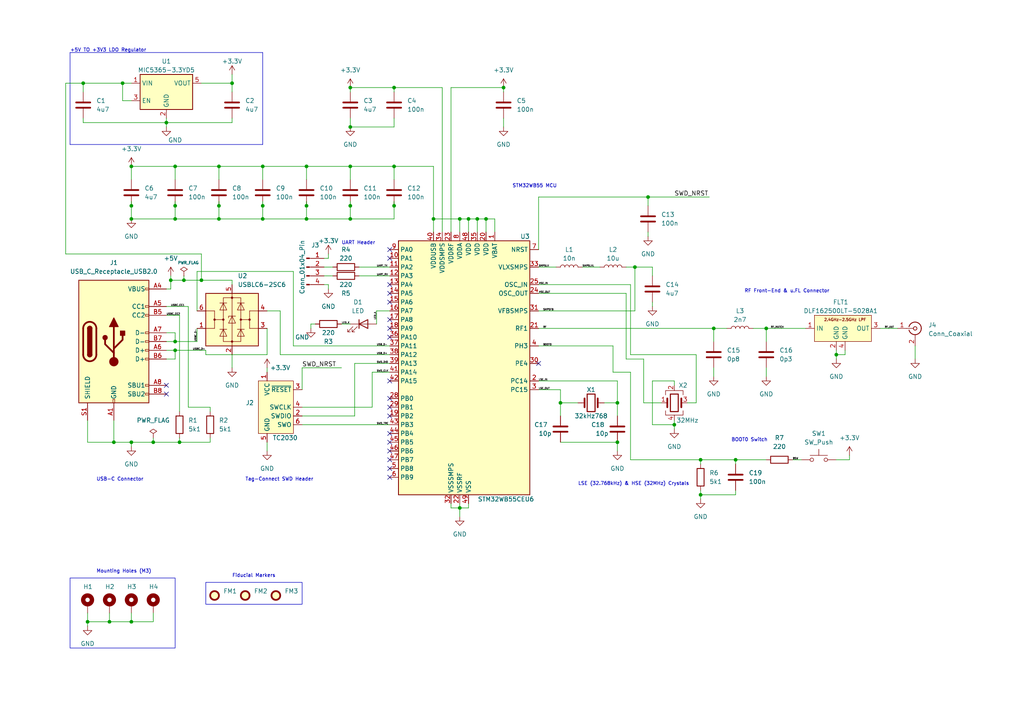
<source format=kicad_sch>
(kicad_sch (version 20230121) (generator eeschema)
  (paper "A4")
  (title_block (title "Learning KiCad") (date "2024-01-07") (rev "1.0") (comment 1 "Ahmed's Scatter Brain") (comment 2 "https://ahmedfaaid.com"))
  (junction (at 49.53 81.28))
  (junction (at 195.58 123.19))
  (junction (at 38.1 128.27))
  (junction (at 140.97 63.5))
  (junction (at 203.2 133.35))
  (junction (at 184.15 77.47))
  (junction (at 114.3 25.4))
  (junction (at 31.75 180.34))
  (junction (at 101.6 25.4))
  (junction (at 88.9 63.5))
  (junction (at 52.07 128.27))
  (junction (at 162.56 116.84))
  (junction (at 38.1 63.5))
  (junction (at 24.13 24.13))
  (junction (at 63.5 59.69))
  (junction (at 213.36 133.35))
  (junction (at 146.05 25.4))
  (junction (at 133.35 63.5))
  (junction (at 125.73 63.5))
  (junction (at 38.1 48.26))
  (junction (at 114.3 48.26))
  (junction (at 203.2 143.51))
  (junction (at 35.56 24.13))
  (junction (at 207.01 95.25))
  (junction (at 133.35 147.32))
  (junction (at 88.9 59.69))
  (junction (at 187.96 57.15))
  (junction (at 25.4 180.34))
  (junction (at 101.6 36.83))
  (junction (at 50.8 101.6))
  (junction (at 76.2 63.5))
  (junction (at 50.8 59.69))
  (junction (at 38.1 180.34))
  (junction (at 101.6 59.69))
  (junction (at 179.07 128.27))
  (junction (at 242.57 102.87))
  (junction (at 63.5 48.26))
  (junction (at 101.6 48.26))
  (junction (at 63.5 63.5))
  (junction (at 88.9 48.26))
  (junction (at 222.25 95.25))
  (junction (at 50.8 63.5))
  (junction (at 179.07 116.84))
  (junction (at 76.2 48.26))
  (junction (at 38.1 59.69))
  (junction (at 53.34 81.28))
  (junction (at 76.2 59.69))
  (junction (at 138.43 63.5))
  (junction (at 50.8 99.06))
  (junction (at 50.8 48.26))
  (junction (at 67.31 24.13))
  (junction (at 33.02 128.27))
  (junction (at 114.3 59.69))
  (junction (at 44.45 128.27))
  (junction (at 101.6 63.5))
  (junction (at 135.89 63.5))
  (junction (at 48.26 35.56))
  (junction (at 58.42 81.28))
  (no_connect (at 113.03 97.79))
  (no_connect (at 156.21 105.41))
  (no_connect (at 48.26 111.76))
  (no_connect (at 113.03 95.25))
  (no_connect (at 113.03 82.55))
  (no_connect (at 113.03 130.81))
  (no_connect (at 113.03 118.11))
  (no_connect (at 113.03 120.65))
  (no_connect (at 113.03 92.71))
  (no_connect (at 113.03 128.27))
  (no_connect (at 113.03 135.89))
  (no_connect (at 113.03 138.43))
  (no_connect (at 113.03 74.93))
  (no_connect (at 48.26 114.3))
  (no_connect (at 113.03 87.63))
  (no_connect (at 113.03 125.73))
  (no_connect (at 113.03 85.09))
  (no_connect (at 113.03 72.39))
  (no_connect (at 113.03 133.35))
  (no_connect (at 113.03 115.57))
  (no_connect (at 113.03 110.49))
  (wire (pts (xy 63.5 48.26) (xy 50.8 48.26)))
  (wire (pts (xy 99.06 93.98) (xy 101.6 93.98)))
  (wire (pts (xy 87.63 120.65) (xy 102.87 120.65)))
  (wire (pts (xy 25.4 128.27) (xy 33.02 128.27)))
  (wire (pts (xy 156.21 95.25) (xy 207.01 95.25)))
  (wire (pts (xy 130.81 25.4) (xy 146.05 25.4)))
  (wire (pts (xy 222.25 95.25) (xy 233.68 95.25)))
  (wire (pts (xy 181.61 77.47) (xy 184.15 77.47)))
  (wire (pts (xy 101.6 59.69) (xy 101.6 63.5)))
  (wire (pts (xy 146.05 34.29) (xy 146.05 36.83)))
  (wire (pts (xy 101.6 48.26) (xy 101.6 52.07)))
  (wire (pts (xy 130.81 147.32) (xy 130.81 146.05)))
  (wire (pts (xy 48.26 35.56) (xy 48.26 36.83)))
  (wire (pts (xy 57.15 90.17) (xy 57.15 78.74)))
  (polyline (pts (xy 20.32 41.91) (xy 76.2 41.91)))
  (wire (pts (xy 179.07 110.49) (xy 179.07 116.84)))
  (wire (pts (xy 184.15 77.47) (xy 184.15 90.17)))
  (wire (pts (xy 63.5 48.26) (xy 63.5 52.07)))
  (wire (pts (xy 44.45 180.34) (xy 38.1 180.34)))
  (wire (pts (xy 60.96 127) (xy 60.96 128.27)))
  (wire (pts (xy 87.63 118.11) (xy 107.95 118.11)))
  (wire (pts (xy 175.26 116.84) (xy 179.07 116.84)))
  (wire (pts (xy 156.21 110.49) (xy 179.07 110.49)))
  (wire (pts (xy 24.13 34.29) (xy 24.13 35.56)))
  (wire (pts (xy 87.63 113.03) (xy 87.63 106.68)))
  (wire (pts (xy 67.31 21.59) (xy 67.31 24.13)))
  (wire (pts (xy 50.8 96.52) (xy 50.8 99.06)))
  (wire (pts (xy 58.42 81.28) (xy 67.31 81.28)))
  (wire (pts (xy 60.96 118.11) (xy 60.96 119.38)))
  (wire (pts (xy 207.01 95.25) (xy 207.01 99.06)))
  (wire (pts (xy 140.97 63.5) (xy 140.97 67.31)))
  (wire (pts (xy 58.42 24.13) (xy 67.31 24.13)))
  (wire (pts (xy 38.1 177.8) (xy 38.1 180.34)))
  (wire (pts (xy 63.5 59.69) (xy 63.5 63.5)))
  (wire (pts (xy 24.13 24.13) (xy 24.13 26.67)))
  (wire (pts (xy 77.47 106.68) (xy 77.47 107.95)))
  (wire (pts (xy 189.23 77.47) (xy 189.23 80.01)))
  (wire (pts (xy 48.26 88.9) (xy 54.61 88.9)))
  (wire (pts (xy 245.11 101.6) (xy 245.11 102.87)))
  (wire (pts (xy 109.22 90.17) (xy 113.03 90.17)))
  (wire (pts (xy 114.3 36.83) (xy 114.3 34.29)))
  (wire (pts (xy 201.93 102.87) (xy 201.93 116.84)))
  (wire (pts (xy 242.57 101.6) (xy 242.57 102.87)))
  (wire (pts (xy 135.89 147.32) (xy 135.89 146.05)))
  (wire (pts (xy 143.51 63.5) (xy 143.51 67.31)))
  (wire (pts (xy 135.89 63.5) (xy 138.43 63.5)))
  (wire (pts (xy 162.56 113.03) (xy 162.56 116.84)))
  (wire (pts (xy 135.89 63.5) (xy 135.89 67.31)))
  (wire (pts (xy 76.2 48.26) (xy 63.5 48.26)))
  (wire (pts (xy 67.31 35.56) (xy 48.26 35.56)))
  (wire (pts (xy 146.05 25.4) (xy 146.05 26.67)))
  (wire (pts (xy 133.35 63.5) (xy 133.35 67.31)))
  (wire (pts (xy 195.58 111.76) (xy 195.58 110.49)))
  (wire (pts (xy 245.11 102.87) (xy 242.57 102.87)))
  (wire (pts (xy 59.69 102.87) (xy 77.47 102.87)))
  (wire (pts (xy 102.87 105.41) (xy 113.03 105.41)))
  (wire (pts (xy 63.5 58.42) (xy 63.5 59.69)))
  (wire (pts (xy 25.4 177.8) (xy 25.4 180.34)))
  (wire (pts (xy 213.36 142.24) (xy 213.36 143.51)))
  (wire (pts (xy 222.25 106.68) (xy 222.25 109.22)))
  (wire (pts (xy 195.58 121.92) (xy 195.58 123.19)))
  (wire (pts (xy 195.58 123.19) (xy 195.58 124.46)))
  (wire (pts (xy 162.56 116.84) (xy 162.56 120.65)))
  (wire (pts (xy 38.1 24.13) (xy 35.56 24.13)))
  (wire (pts (xy 242.57 102.87) (xy 242.57 104.14)))
  (wire (pts (xy 93.98 74.93) (xy 95.25 74.93)))
  (wire (pts (xy 81.28 102.87) (xy 113.03 102.87)))
  (wire (pts (xy 76.2 58.42) (xy 76.2 59.69)))
  (wire (pts (xy 38.1 52.07) (xy 38.1 48.26)))
  (wire (pts (xy 58.42 73.66) (xy 58.42 81.28)))
  (wire (pts (xy 38.1 58.42) (xy 38.1 59.69)))
  (wire (pts (xy 114.3 48.26) (xy 101.6 48.26)))
  (wire (pts (xy 95.25 82.55) (xy 95.25 83.82)))
  (wire (pts (xy 31.75 177.8) (xy 31.75 180.34)))
  (wire (pts (xy 48.26 101.6) (xy 50.8 101.6)))
  (wire (pts (xy 63.5 63.5) (xy 76.2 63.5)))
  (wire (pts (xy 138.43 63.5) (xy 138.43 67.31)))
  (wire (pts (xy 19.05 24.13) (xy 19.05 73.66)))
  (wire (pts (xy 44.45 128.27) (xy 52.07 128.27)))
  (wire (pts (xy 35.56 24.13) (xy 24.13 24.13)))
  (wire (pts (xy 57.15 78.74) (xy 85.09 78.74)))
  (wire (pts (xy 218.44 95.25) (xy 222.25 95.25)))
  (wire (pts (xy 101.6 34.29) (xy 101.6 36.83)))
  (wire (pts (xy 50.8 104.14) (xy 50.8 101.6)))
  (wire (pts (xy 182.88 102.87) (xy 201.93 102.87)))
  (wire (pts (xy 104.14 80.01) (xy 113.03 80.01)))
  (wire (pts (xy 85.09 100.33) (xy 113.03 100.33)))
  (wire (pts (xy 133.35 147.32) (xy 133.35 149.86)))
  (wire (pts (xy 57.15 99.06) (xy 57.15 95.25)))
  (wire (pts (xy 101.6 48.26) (xy 88.9 48.26)))
  (wire (pts (xy 25.4 121.92) (xy 25.4 128.27)))
  (wire (pts (xy 87.63 123.19) (xy 113.03 123.19)))
  (wire (pts (xy 54.61 118.11) (xy 60.96 118.11)))
  (wire (pts (xy 48.26 34.29) (xy 48.26 35.56)))
  (wire (pts (xy 54.61 88.9) (xy 54.61 118.11)))
  (wire (pts (xy 52.07 91.44) (xy 52.07 119.38)))
  (wire (pts (xy 203.2 133.35) (xy 213.36 133.35)))
  (wire (pts (xy 33.02 121.92) (xy 33.02 128.27)))
  (wire (pts (xy 53.34 80.01) (xy 53.34 81.28)))
  (wire (pts (xy 101.6 63.5) (xy 114.3 63.5)))
  (wire (pts (xy 213.36 143.51) (xy 203.2 143.51)))
  (wire (pts (xy 50.8 59.69) (xy 50.8 63.5)))
  (wire (pts (xy 76.2 59.69) (xy 76.2 63.5)))
  (wire (pts (xy 114.3 58.42) (xy 114.3 59.69)))
  (wire (pts (xy 189.23 123.19) (xy 195.58 123.19)))
  (wire (pts (xy 130.81 67.31) (xy 130.81 25.4)))
  (wire (pts (xy 229.87 133.35) (xy 232.41 133.35)))
  (wire (pts (xy 67.31 34.29) (xy 67.31 35.56)))
  (wire (pts (xy 182.88 82.55) (xy 182.88 102.87)))
  (wire (pts (xy 53.34 81.28) (xy 58.42 81.28)))
  (wire (pts (xy 25.4 180.34) (xy 31.75 180.34)))
  (polyline (pts (xy 20.32 15.24) (xy 76.2 15.24)))
  (wire (pts (xy 19.05 73.66) (xy 58.42 73.66)))
  (wire (pts (xy 138.43 63.5) (xy 140.97 63.5)))
  (wire (pts (xy 162.56 116.84) (xy 167.64 116.84)))
  (wire (pts (xy 52.07 127) (xy 52.07 128.27)))
  (wire (pts (xy 77.47 102.87) (xy 77.47 95.25)))
  (wire (pts (xy 88.9 59.69) (xy 88.9 63.5)))
  (wire (pts (xy 50.8 48.26) (xy 50.8 52.07)))
  (wire (pts (xy 38.1 29.21) (xy 35.56 29.21)))
  (wire (pts (xy 128.27 67.31) (xy 128.27 25.4)))
  (wire (pts (xy 90.17 93.98) (xy 91.44 93.98)))
  (wire (pts (xy 49.53 81.28) (xy 53.34 81.28)))
  (wire (pts (xy 77.47 128.27) (xy 77.47 130.81)))
  (wire (pts (xy 133.35 146.05) (xy 133.35 147.32)))
  (wire (pts (xy 177.8 100.33) (xy 177.8 107.95)))
  (wire (pts (xy 114.3 48.26) (xy 114.3 52.07)))
  (wire (pts (xy 168.91 77.47) (xy 173.99 77.47)))
  (wire (pts (xy 50.8 101.6) (xy 59.69 101.6)))
  (wire (pts (xy 88.9 58.42) (xy 88.9 59.69)))
  (wire (pts (xy 85.09 78.74) (xy 85.09 100.33)))
  (wire (pts (xy 140.97 63.5) (xy 143.51 63.5)))
  (wire (pts (xy 95.25 82.55) (xy 93.98 82.55)))
  (wire (pts (xy 179.07 116.84) (xy 179.07 120.65)))
  (wire (pts (xy 38.1 128.27) (xy 44.45 128.27)))
  (wire (pts (xy 179.07 128.27) (xy 179.07 130.81)))
  (wire (pts (xy 38.1 48.26) (xy 50.8 48.26)))
  (wire (pts (xy 156.21 57.15) (xy 187.96 57.15)))
  (wire (pts (xy 44.45 177.8) (xy 44.45 180.34)))
  (wire (pts (xy 114.3 26.67) (xy 114.3 25.4)))
  (wire (pts (xy 156.21 113.03) (xy 162.56 113.03)))
  (polyline (pts (xy 20.32 15.24) (xy 20.32 41.91)))
  (wire (pts (xy 44.45 127) (xy 44.45 128.27)))
  (wire (pts (xy 182.88 133.35) (xy 203.2 133.35)))
  (wire (pts (xy 50.8 58.42) (xy 50.8 59.69)))
  (wire (pts (xy 25.4 180.34) (xy 25.4 181.61)))
  (wire (pts (xy 182.88 107.95) (xy 182.88 133.35)))
  (wire (pts (xy 67.31 102.87) (xy 67.31 106.68)))
  (wire (pts (xy 184.15 77.47) (xy 189.23 77.47)))
  (wire (pts (xy 90.17 95.25) (xy 90.17 93.98)))
  (wire (pts (xy 38.1 180.34) (xy 31.75 180.34)))
  (wire (pts (xy 88.9 48.26) (xy 76.2 48.26)))
  (wire (pts (xy 156.21 82.55) (xy 182.88 82.55)))
  (wire (pts (xy 156.21 90.17) (xy 184.15 90.17)))
  (wire (pts (xy 104.14 77.47) (xy 113.03 77.47)))
  (wire (pts (xy 93.98 77.47) (xy 96.52 77.47)))
  (wire (pts (xy 195.58 110.49) (xy 189.23 110.49)))
  (wire (pts (xy 207.01 95.25) (xy 210.82 95.25)))
  (wire (pts (xy 265.43 100.33) (xy 265.43 104.14)))
  (wire (pts (xy 255.27 95.25) (xy 260.35 95.25)))
  (wire (pts (xy 177.8 107.95) (xy 182.88 107.95)))
  (wire (pts (xy 76.2 48.26) (xy 76.2 52.07)))
  (wire (pts (xy 213.36 133.35) (xy 222.25 133.35)))
  (wire (pts (xy 113.03 107.95) (xy 107.95 107.95)))
  (wire (pts (xy 101.6 25.4) (xy 101.6 26.67)))
  (wire (pts (xy 125.73 63.5) (xy 125.73 48.26)))
  (wire (pts (xy 48.26 99.06) (xy 50.8 99.06)))
  (wire (pts (xy 35.56 29.21) (xy 35.56 24.13)))
  (wire (pts (xy 156.21 85.09) (xy 181.61 85.09)))
  (wire (pts (xy 246.38 133.35) (xy 246.38 132.08)))
  (wire (pts (xy 24.13 35.56) (xy 48.26 35.56)))
  (wire (pts (xy 187.96 57.15) (xy 205.74 57.15)))
  (wire (pts (xy 107.95 118.11) (xy 107.95 107.95)))
  (wire (pts (xy 222.25 95.25) (xy 222.25 99.06)))
  (wire (pts (xy 207.01 106.68) (xy 207.01 109.22)))
  (wire (pts (xy 156.21 57.15) (xy 156.21 72.39)))
  (wire (pts (xy 162.56 128.27) (xy 179.07 128.27)))
  (polyline (pts (xy 76.2 41.91) (xy 76.2 15.24)))
  (wire (pts (xy 203.2 144.78) (xy 203.2 143.51)))
  (wire (pts (xy 181.61 85.09) (xy 181.61 104.14)))
  (wire (pts (xy 187.96 67.31) (xy 187.96 68.58)))
  (wire (pts (xy 102.87 120.65) (xy 102.87 105.41)))
  (wire (pts (xy 48.26 104.14) (xy 50.8 104.14)))
  (wire (pts (xy 133.35 147.32) (xy 130.81 147.32)))
  (wire (pts (xy 49.53 81.28) (xy 49.53 83.82)))
  (wire (pts (xy 87.63 106.68) (xy 99.06 106.68)))
  (wire (pts (xy 101.6 58.42) (xy 101.6 59.69)))
  (wire (pts (xy 125.73 63.5) (xy 133.35 63.5)))
  (wire (pts (xy 88.9 63.5) (xy 101.6 63.5)))
  (wire (pts (xy 114.3 63.5) (xy 114.3 59.69)))
  (wire (pts (xy 186.69 104.14) (xy 186.69 116.84)))
  (wire (pts (xy 38.1 128.27) (xy 38.1 129.54)))
  (wire (pts (xy 38.1 59.69) (xy 38.1 63.5)))
  (wire (pts (xy 187.96 57.15) (xy 187.96 59.69)))
  (wire (pts (xy 242.57 133.35) (xy 246.38 133.35)))
  (wire (pts (xy 156.21 100.33) (xy 177.8 100.33)))
  (wire (pts (xy 109.22 93.98) (xy 109.22 90.17)))
  (wire (pts (xy 125.73 48.26) (xy 114.3 48.26)))
  (wire (pts (xy 101.6 25.4) (xy 114.3 25.4)))
  (wire (pts (xy 128.27 25.4) (xy 114.3 25.4)))
  (wire (pts (xy 189.23 87.63) (xy 189.23 88.9)))
  (wire (pts (xy 156.21 77.47) (xy 161.29 77.47)))
  (wire (pts (xy 101.6 36.83) (xy 114.3 36.83)))
  (wire (pts (xy 125.73 67.31) (xy 125.73 63.5)))
  (wire (pts (xy 48.26 83.82) (xy 49.53 83.82)))
  (wire (pts (xy 201.93 116.84) (xy 199.39 116.84)))
  (wire (pts (xy 33.02 128.27) (xy 38.1 128.27)))
  (wire (pts (xy 60.96 128.27) (xy 52.07 128.27)))
  (wire (pts (xy 67.31 81.28) (xy 67.31 82.55)))
  (wire (pts (xy 93.98 80.01) (xy 96.52 80.01)))
  (wire (pts (xy 48.26 91.44) (xy 52.07 91.44)))
  (wire (pts (xy 203.2 133.35) (xy 203.2 134.62)))
  (wire (pts (xy 38.1 63.5) (xy 50.8 63.5)))
  (wire (pts (xy 189.23 110.49) (xy 189.23 123.19)))
  (wire (pts (xy 95.25 74.93) (xy 95.25 73.66)))
  (wire (pts (xy 203.2 142.24) (xy 203.2 143.51)))
  (wire (pts (xy 48.26 96.52) (xy 50.8 96.52)))
  (wire (pts (xy 213.36 133.35) (xy 213.36 134.62)))
  (wire (pts (xy 181.61 104.14) (xy 186.69 104.14)))
  (wire (pts (xy 77.47 90.17) (xy 81.28 90.17)))
  (wire (pts (xy 59.69 101.6) (xy 59.69 102.87)))
  (wire (pts (xy 50.8 63.5) (xy 63.5 63.5)))
  (wire (pts (xy 49.53 80.01) (xy 49.53 81.28)))
  (wire (pts (xy 50.8 99.06) (xy 57.15 99.06)))
  (wire (pts (xy 24.13 24.13) (xy 19.05 24.13)))
  (wire (pts (xy 76.2 63.5) (xy 88.9 63.5)))
  (wire (pts (xy 133.35 63.5) (xy 135.89 63.5)))
  (wire (pts (xy 81.28 90.17) (xy 81.28 102.87)))
  (wire (pts (xy 67.31 24.13) (xy 67.31 26.67)))
  (wire (pts (xy 88.9 48.26) (xy 88.9 52.07)))
  (wire (pts (xy 133.35 147.32) (xy 135.89 147.32)))
  (wire (pts (xy 186.69 116.84) (xy 191.77 116.84)))
  (rectangle (start 59.69 168.91) (end 87.63 175.26))
  (rectangle (start 20.32 167.64) (end 50.8 187.96))
  (text "Fiducial Markers" (at 67.31 167.64 0) (effects (font (size 1 1)) (justify left bottom)))
  (text "UART Header" (at 99.06 71.12 0) (effects (font (size 1 1)) (justify left bottom)))
  (text "Tag-Connect SWD Header" (at 71.12 139.7 0) (effects (font (size 1 1)) (justify left bottom)))
  (text "USB-C Connector" (at 27.94 139.7 0) (effects (font (size 1 1)) (justify left bottom)))
  (text "+5V TO +3V3 LDO Regulator" (at 20.32 15.24 0) (effects (font (size 1 1)) (justify left bottom)))
  (text "Mounting Holes (M3)" (at 27.94 166.37 0) (effects (font (size 1 1)) (justify left bottom)))
  (text "RF Front-End & u.FL Connector" (at 215.9 85.09 0) (effects (font (size 1 1)) (justify left bottom)))
  (text "LSE (32.768kHz) & HSE (32MHz) Crystals" (at 167.64 140.97 0) (effects (font (size 1 1)) (justify left bottom)))
  (text "BOOT0 Switch" (at 212.09 128.27 0) (effects (font (size 1 1)) (justify left bottom)))
  (text "STM32WB55 MCU" (at 148.59 54.61 0) (effects (font (size 1 1)) (justify left bottom)))
  (label "SMPSLXL" (at 168.91 77.47 0) (effects (font (size 0.5 0.5))))
  (label "SWD_NRST" (at 87.63 106.68 0))
  (label "SWD_CLK" (at 109.22 107.95 0) (effects (font (size 0.5 0.5))))
  (label "HSE_OUT" (at 156.21 85.09 0) (effects (font (size 0.5 0.5))))
  (label "SMPSFB" (at 157.48 90.17 0) (effects (font (size 0.5 0.5))))
  (label "RF_MATCH" (at 223.52 95.25 0) (effects (font (size 0.5 0.5))))
  (label "LSE_OUT" (at 156.21 113.03 0) (effects (font (size 0.5 0.5))))
  (label "USB_D-" (at 109.22 100.33 0) (effects (font (size 0.5 0.5))))
  (label "BOOT0" (at 157.48 100.33 0) (effects (font (size 0.5 0.5))))
  (label "SWD_TRC" (at 109.22 123.19 0) (effects (font (size 0.5 0.5))))
  (label "SMPSLX" (at 156.21 77.47 0) (effects (font (size 0.5 0.5))))
  (label "LED_K" (at 99.06 93.98 0) (effects (font (size 0.5 0.5))))
  (label "HSE_IN" (at 156.21 82.55 0) (effects (font (size 0.5 0.5))))
  (label "UART_RX" (at 109.22 80.01 0) (effects (font (size 0.5 0.5))))
  (label "USBC_D-" (at 57.15 99.06 90) (effects (font (size 0.5 0.5))))
  (label "SWD_NRST" (at 195.58 57.15 0))
  (label "USBC_CC1" (at 49.53 88.9 0) (effects (font (size 0.5 0.5))))
  (label "USB_D+" (at 109.22 102.87 0) (effects (font (size 0.5 0.5))))
  (label "SWD_DIO" (at 109.22 105.41 0) (effects (font (size 0.5 0.5))))
  (label "RF_ANT" (at 256.54 95.25 0) (effects (font (size 0.5 0.5))))
  (label "BSW" (at 229.87 133.35 0) (effects (font (size 0.5 0.5))))
  (label "LSE_IN" (at 156.21 110.49 0) (effects (font (size 0.5 0.5))))
  (label "UART_TX" (at 109.22 77.47 0) (effects (font (size 0.5 0.5))))
  (label "RF" (at 157.48 95.25 0) (effects (font (size 0.5 0.5))))
  (label "USBC_D+" (at 55.88 101.6 0) (effects (font (size 0.5 0.5))))
  (label "LED_A" (at 109.22 92.71 90) (effects (font (size 0.5 0.5))))
  (label "USBC_CC2" (at 48.26 91.44 0) (effects (font (size 0.5 0.5))))
  (symbol (lib_id "power:+3.3V") (at 246.38 132.08 0) (unit 1)
    (property "Reference" "#PWR026" (effects hide))
    (property "Value" "+3.3V" (at 246.38 127 0))
  )
  (symbol (lib_id "Switch:SW_Push") (at 237.49 133.35 0) (unit 1)
    (property "Reference" "SW1" (at 237.49 125.73 0))
    (property "Value" "SW_Push" (at 237.49 128.27 0))
    (property "Footprint" "Button_Switch_SMD:SW_SPST_CK_RS282G05A3" (effects hide))
    (property "Distributor Link" "https://www.mouser.ca/ProductDetail/CK/RS282G05A3SMRT?qs=Gufeu08L%2Fl2VU43xmeLp5Q%3D%3D" (effects hide))
    (property "Manufacturer" "C&K" (effects hide))
    (property "Manufacturer Part Number" "RS282G05A3SMRT" (effects hide))
  )
  (symbol (lib_id "Device:C") (at 63.5 55.88 0) (unit 1)
    (property "Reference" "C8" (at 67.31 54.61 0) (effects (justify left)))
    (property "Value" "100n" (at 67.31 57.15 0) (effects (justify left)))
    (property "Footprint" "Capacitor_SMD:C_0402_1005Metric" (effects hide))
    (property "Distributor Link" "https://www.mouser.ca/ProductDetail/KYOCERA-AVX/04023C102KAZ2A?qs=GedFDFLaBXHPcvEhWfDe9w%3D%3D" (effects hide))
    (property "Manufacturer" "KYOCERA AVX" (effects hide))
    (property "Manufacturer Part Number" "04023C102KAZ2A" (effects hide))
  )
  (symbol (lib_id "Connector:Conn_01x04_Pin") (at 88.9 77.47 0) (unit 1)
    (property "Reference" "J3" (at 91.44 71.12 0))
    (property "Value" "Conn_01x04_Pin" (at 87.63 77.47 90))
    (property "Footprint" "Connector_Molex:Molex_PicoBlade_53048-0410_1x04_P1.25mm_Horizontal" (effects hide))
    (property "Distributor Link" "https://www.mouser.ca/ProductDetail/Molex/53048-0410?qs=359VwiUTsp2msj5Tobchuw%3D%3D" (effects hide))
    (property "Manufacturer" "Molex" (effects hide))
    (property "Manufacturer Part Number" "53048-0410" (effects hide))
  )
  (symbol (lib_id "Mechanical:MountingHole_Pad") (at 25.4 175.26 0) (unit 1) (in_bom no)
    (property "Reference" "H1" (at 24.13 170.18 0) (effects (justify left)))
    (property "Value" "MountingHole_Pad" (effects hide))
    (property "Footprint" "MountingHole:MountingHole_2.2mm_M2_Pad_Via" (effects hide))
  )
  (symbol (lib_id "power:GND") (at 133.35 149.86 0) (unit 1)
    (property "Reference" "#PWR015" (effects hide))
    (property "Value" "GND" (at 133.35 154.94 0))
  )
  (symbol (lib_id "power:+3.3V") (at 95.25 73.66 0) (unit 1)
    (property "Reference" "#PWR011" (effects hide))
    (property "Value" "+3.3V" (at 95.25 69.85 0))
  )
  (symbol (lib_id "Device:L") (at 214.63 95.25 90) (unit 1)
    (property "Reference" "L3" (at 214.63 90.17 90))
    (property "Value" "2n7" (at 214.63 92.71 90))
    (property "Footprint" "Inductor_SMD:L_0402_1005Metric" (effects hide))
    (property "Distributor Link" "https://www.mouser.ca/ProductDetail/Murata-Electronics/LQG15HS2N7S02D?qs=sGAEpiMZZMv126LJFLh8y%252BZnqp9CoK27R35B9c6gYX4%3D" (effects hide))
    (property "Manufacturer" "Murata Electronics" (effects hide))
    (property "Manufacturer Part Number" "LQG15HS2N7S02D" (effects hide))
  )
  (symbol (lib_id "power:GND") (at 187.96 68.58 0) (unit 1)
    (property "Reference" "#PWR019" (effects hide))
    (property "Value" "GND" (at 187.96 73.66 0))
  )
  (symbol (lib_id "power:GND") (at 265.43 104.14 0) (unit 1)
    (property "Reference" "#PWR027" (effects hide))
    (property "Value" "GND" (at 265.43 109.22 0))
  )
  (symbol (lib_id "power:+3.3V") (at 101.6 25.4 0) (unit 1)
    (property "Reference" "#PWR013" (effects hide))
    (property "Value" "+3.3V" (at 101.6 20.32 0))
  )
  (symbol (lib_id "Device:C") (at 213.36 138.43 0) (unit 1)
    (property "Reference" "C19" (at 217.17 137.16 0) (effects (justify left)))
    (property "Value" "100n" (at 217.17 139.7 0) (effects (justify left)))
    (property "Footprint" "Capacitor_SMD:C_0402_1005Metric" (effects hide))
    (property "Distributor Link" "https://www.mouser.ca/ProductDetail/KYOCERA-AVX/04023C102KAZ2A?qs=GedFDFLaBXHPcvEhWfDe9w%3D%3D" (effects hide))
    (property "Manufacturer" "KYOCERA AVX" (effects hide))
    (property "Manufacturer Part Number" "04023C102KAZ2A" (effects hide))
  )
  (symbol (lib_id "power:+5V") (at 49.53 80.01 0) (unit 1)
    (property "Reference" "#PWR05" (effects hide))
    (property "Value" "+5V" (at 49.53 74.93 0))
  )
  (symbol (lib_id "Device:R") (at 226.06 133.35 90) (unit 1)
    (property "Reference" "R7" (at 226.06 127 90))
    (property "Value" "220" (at 226.06 129.54 90))
    (property "Footprint" "Resistor_SMD:R_0402_1005Metric" (effects hide))
    (property "Distributor Link" "https://www.mouser.ca/ProductDetail/YAGEO/RC0402FR-07220RL?qs=sGAEpiMZZMtlubZbdhIBIM2VF1SoZtZzia%2FPphr2RKc%3D" (effects hide))
    (property "Manufacturer" "YAGEO" (effects hide))
    (property "Manufacturer Part Number" "RC0402FR-07220RL" (effects hide))
  )
  (symbol (lib_id "power:GND") (at 77.47 130.81 0) (unit 1)
    (property "Reference" "#PWR09" (effects hide))
    (property "Value" "GND" (at 77.47 135.89 0))
  )
  (symbol (lib_id "power:GND") (at 38.1 129.54 0) (unit 1)
    (property "Reference" "#PWR03" (effects hide))
    (property "Value" "GND" (at 38.1 134.62 0))
  )
  (symbol (lib_id "MCU_ST_STM32WB:STM32WB55CEUx") (at 135.89 107.95 0) (mirror y) (unit 1)
    (property "Reference" "U3" (at 153.67 68.58 0) (effects (justify left)))
    (property "Value" "STM32WB55CEU6" (at 154.94 144.78 0) (effects (justify left)))
    (property "Footprint" "Package_DFN_QFN:QFN-48-1EP_7x7mm_P0.5mm_EP5.6x5.6mm" (effects hide))
    (property "Datasheet" "https://www.st.com/resource/en/datasheet/stm32wb55ce.pdf" (effects hide))
    (property "Distributor Link" "https://www.mouser.ca/ProductDetail/STMicroelectronics/STM32WB55CEU6?qs=sGAEpiMZZMutXGli8Ay4kBWv84s2P%2FIYMjTuX1A47XY%3D" (effects hide))
    (property "Manufacturer" "STMicroelectronics" (effects hide))
    (property "Manufacturer Part Number" "STM32WB55CEU6" (effects hide))
  )
  (symbol (lib_id "power:+3.3V") (at 77.47 106.68 0) (unit 1)
    (property "Reference" "#PWR08" (effects hide))
    (property "Value" "+3.3V" (at 81.28 106.68 0))
  )
  (symbol (lib_id "power:+3.3V") (at 146.05 25.4 0) (unit 1)
    (property "Reference" "#PWR016" (effects hide))
    (property "Value" "+3.3V" (at 146.05 20.32 0))
  )
  (symbol (lib_id "Device:C") (at 50.8 55.88 0) (unit 1)
    (property "Reference" "C7" (at 54.61 54.61 0) (effects (justify left)))
    (property "Value" "100n" (at 54.61 57.15 0) (effects (justify left)))
    (property "Footprint" "Capacitor_SMD:C_0402_1005Metric" (effects hide))
    (property "Distributor Link" "https://www.mouser.ca/ProductDetail/KYOCERA-AVX/04023C102KAZ2A?qs=GedFDFLaBXHPcvEhWfDe9w%3D%3D" (effects hide))
    (property "Manufacturer" "KYOCERA AVX" (effects hide))
    (property "Manufacturer Part Number" "04023C102KAZ2A" (effects hide))
  )
  (symbol (lib_id "power:GND") (at 207.01 109.22 0) (unit 1)
    (property "Reference" "#PWR023" (effects hide))
    (property "Value" "GND" (at 207.01 114.3 0))
  )
  (symbol (lib_id "Device:C") (at 146.05 30.48 0) (unit 1)
    (property "Reference" "C5" (at 149.86 29.21 0) (effects (justify left)))
    (property "Value" "100n" (at 149.86 31.75 0) (effects (justify left)))
    (property "Footprint" "Capacitor_SMD:C_0402_1005Metric" (effects hide))
    (property "Distributor Link" "https://www.mouser.ca/ProductDetail/KYOCERA-AVX/04023C102KAZ2A?qs=GedFDFLaBXHPcvEhWfDe9w%3D%3D" (effects hide))
    (property "Manufacturer" "KYOCERA AVX" (effects hide))
    (property "Manufacturer Part Number" "04023C102KAZ2A" (effects hide))
  )
  (symbol (lib_id "Device:C") (at 162.56 124.46 0) (unit 1)
    (property "Reference" "C17" (at 154.94 123.19 0) (effects (justify left)))
    (property "Value" "10p" (at 156.21 125.73 0) (effects (justify left)))
    (property "Footprint" "Capacitor_SMD:C_0402_1005Metric" (effects hide))
    (property "Distributor Link" "https://www.mouser.ca/ProductDetail/KYOCERA-AVX/04025A100JAT4A?qs=ZwvTZoB9SO9xQJ735IqqZg%3D%3D" (effects hide))
    (property "Manufacturer" "KYOCERA AVX" (effects hide))
    (property "Manufacturer Part Number" "04025A100JAT4A" (effects hide))
  )
  (symbol (lib_id "Device:C") (at 101.6 30.48 0) (unit 1)
    (property "Reference" "C3" (at 105.41 29.21 0) (effects (justify left)))
    (property "Value" "4u7" (at 105.41 31.75 0) (effects (justify left)))
    (property "Footprint" "Capacitor_SMD:C_0603_1608Metric" (effects hide))
    (property "Distributor Link" "https://www.mouser.ca/ProductDetail/KYOCERA-AVX/0603YD475MAT2A?qs=sGAEpiMZZMsh%252B1woXyUXj1eT%252B1eFJUD9yMQmKZU4j6w%3D" (effects hide))
    (property "Manufacturer" "KYOCERA AVX" (effects hide))
    (property "Manufacturer Part Number" "0603YD475MAT2A" (effects hide))
  )
  (symbol (lib_id "Device:Crystal_GND24") (at 195.58 116.84 0) (unit 1)
    (property "Reference" "X2" (at 198.12 111.76 0))
    (property "Value" "32MHz" (at 199.39 121.92 0))
    (property "Footprint" "Crystal:Crystal_SMD_2016-4Pin_2.0x1.6mm" (effects hide))
    (property "Distributor Link" "https://www.mouser.ca/ProductDetail/NDK/NX2016SA-32M-EXS00A-CS06465?qs=w%2Fv1CP2dgqr82b0JjRnv4A%3D%3D" (effects hide))
    (property "Manufacturer" "NDK" (effects hide))
    (property "Manufacturer Part Number" "NX2016SA-32M-EXS00A-CS06465\\" (effects hide))
  )
  (symbol (lib_id "power:GND") (at 25.4 181.61 0) (unit 1)
    (property "Reference" "#PWR028" (effects hide))
    (property "Value" "GND" (at 25.4 186.69 0))
  )
  (symbol (lib_id "power:GND") (at 222.25 109.22 0) (unit 1)
    (property "Reference" "#PWR024" (effects hide))
    (property "Value" "GND" (at 222.25 114.3 0))
  )
  (symbol (lib_id "Mechanical:MountingHole_Pad") (at 44.45 175.26 0) (unit 1) (in_bom no)
    (property "Reference" "H4" (at 43.18 170.18 0) (effects (justify left)))
    (property "Value" "MountingHole_Pad" (effects hide))
    (property "Footprint" "MountingHole:MountingHole_2.2mm_M2_Pad_Via" (effects hide))
  )
  (symbol (lib_id "power:GND") (at 242.57 104.14 0) (unit 1)
    (property "Reference" "#PWR025" (effects hide))
    (property "Value" "GND" (at 242.57 109.22 0))
  )
  (symbol (lib_id "power:GND") (at 203.2 144.78 0) (unit 1)
    (property "Reference" "#PWR022" (effects hide))
    (property "Value" "GND" (at 203.2 149.86 0))
  )
  (symbol (lib_id "Mechanical:MountingHole_Pad") (at 38.1 175.26 0) (unit 1) (in_bom no)
    (property "Reference" "H3" (at 36.83 170.18 0) (effects (justify left)))
    (property "Value" "MountingHole_Pad" (effects hide))
    (property "Footprint" "MountingHole:MountingHole_2.2mm_M2_Pad_Via" (effects hide))
  )
  (symbol (lib_id "power:+3.3V") (at 67.31 21.59 0) (unit 1)
    (property "Reference" "#PWR06" (effects hide))
    (property "Value" "+3.3V" (at 67.31 17.78 0))
  )
  (symbol (lib_id "Device:C") (at 67.31 30.48 0) (unit 1)
    (property "Reference" "C2" (at 71.12 29.21 0) (effects (justify left)))
    (property "Value" "4u7" (at 71.12 31.75 0) (effects (justify left)))
    (property "Footprint" "Capacitor_SMD:C_0603_1608Metric" (effects hide))
    (property "Distributor Link" "https://www.mouser.ca/ProductDetail/KYOCERA-AVX/0603YD475MAT2A?qs=sGAEpiMZZMsh%252B1woXyUXj1eT%252B1eFJUD9yMQmKZU4j6w%3D" (effects hide))
    (property "Manufacturer" "KYOCERA AVX" (effects hide))
    (property "Manufacturer Part Number" "0603YD475MAT2A" (effects hide))
  )
  (symbol (lib_id "Device:C") (at 187.96 63.5 0) (unit 1)
    (property "Reference" "C13" (at 191.77 62.23 0) (effects (justify left)))
    (property "Value" "100n" (at 191.77 64.77 0) (effects (justify left)))
    (property "Footprint" "Capacitor_SMD:C_0402_1005Metric" (effects hide))
    (property "Distributor Link" "https://www.mouser.ca/ProductDetail/KYOCERA-AVX/04023C102KAZ2A?qs=GedFDFLaBXHPcvEhWfDe9w%3D%3D" (effects hide))
    (property "Manufacturer" "KYOCERA AVX" (effects hide))
    (property "Manufacturer Part Number" "04023C102KAZ2A" (effects hide))
  )
  (symbol (lib_id "Power_Protection:USBLC6-2SC6") (at 67.31 92.71 0) (unit 1)
    (property "Reference" "U2" (at 68.9611 80.01 0) (effects (justify left)))
    (property "Value" "USBLC6-2SC6" (at 68.9611 82.55 0) (effects (justify left)))
    (property "Footprint" "Package_TO_SOT_SMD:SOT-23-6" (effects hide))
    (property "Datasheet" "https://www.st.com/resource/en/datasheet/usblc6-2.pdf" (effects hide))
    (property "Distributor Link" "https://www.mouser.ca/ProductDetail/STMicroelectronics/USBLC6-2SC6?qs=po45yt2pPpu%2FhNIlwQdTlg%3D%3D" (effects hide))
    (property "Manufacturer" "STMicroelectronics" (effects hide))
    (property "Manufacturer Part Number" "SBLC6-2SC6" (effects hide))
  )
  (symbol (lib_id "power:PWR_FLAG") (at 53.34 80.01 0) (unit 1)
    (property "Reference" "#FLG01" (effects hide))
    (property "Value" "PWR_FLAG" (at 54.61 76.2 0) (effects (font (size 0.8 0.8))))
  )
  (symbol (lib_id "Device:C") (at 189.23 83.82 0) (unit 1)
    (property "Reference" "C14" (at 193.04 82.55 0) (effects (justify left)))
    (property "Value" "4u7" (at 193.04 85.09 0) (effects (justify left)))
    (property "Footprint" "Capacitor_SMD:C_0603_1608Metric" (effects hide))
    (property "Distributor Link" "https://www.mouser.ca/ProductDetail/KYOCERA-AVX/0603YD475MAT2A?qs=sGAEpiMZZMsh%252B1woXyUXj1eT%252B1eFJUD9yMQmKZU4j6w%3D" (effects hide))
    (property "Manufacturer" "KYOCERA AVX" (effects hide))
    (property "Manufacturer Part Number" "0603YD475MAT2A" (effects hide))
  )
  (symbol (lib_id "Connector:Conn_ARM_SWD_TagConnect_TC2030") (at 80.01 118.11 0) (unit 1) (in_bom no)
    (property "Reference" "J2" (at 73.66 116.84 0) (effects (justify right)))
    (property "Value" "TC2030" (at 86.36 127 0) (effects (justify right)))
    (property "Footprint" "Connector:Tag-Connect_TC2030-IDC-FP_2x03_P1.27mm_Vertical" (effects hide))
    (property "Datasheet" "https://www.tag-connect.com/wp-content/uploads/bsk-pdf-manager/TC2030-CTX_1.pdf" (effects hide))
  )
  (symbol (lib_id "Device:C") (at 24.13 30.48 0) (unit 1)
    (property "Reference" "C1" (at 27.94 29.21 0) (effects (justify left)))
    (property "Value" "4u7" (at 27.94 31.75 0) (effects (justify left)))
    (property "Footprint" "Capacitor_SMD:C_0603_1608Metric" (effects hide))
    (property "Distributor Link" "https://www.mouser.ca/ProductDetail/KYOCERA-AVX/0603YD475MAT2A?qs=sGAEpiMZZMsh%252B1woXyUXj1eT%252B1eFJUD9yMQmKZU4j6w%3D" (effects hide))
    (property "Manufacturer" "KYOCERA AVX" (effects hide))
    (property "Manufacturer Part Number" "0603YD475MAT2A" (effects hide))
  )
  (symbol (lib_id "power:GND") (at 101.6 36.83 0) (unit 1)
    (property "Reference" "#PWR014" (effects hide))
    (property "Value" "GND" (at 101.6 41.91 0))
  )
  (symbol (lib_id "power:PWR_FLAG") (at 44.45 127 0) (unit 1)
    (property "Reference" "#FLG02" (effects hide))
    (property "Value" "PWR_FLAG" (at 44.45 121.92 0))
  )
  (symbol (lib_id "power:GND") (at 48.26 36.83 0) (unit 1)
    (property "Reference" "#PWR04" (effects hide))
    (property "Value" "GND" (at 50.8 40.64 0))
  )
  (symbol (lib_id "power:GND") (at 146.05 36.83 0) (unit 1)
    (property "Reference" "#PWR017" (effects hide))
    (property "Value" "GND" (at 146.05 41.91 0))
  )
  (symbol (lib_id "Learn_KiCad_SchematicSymbols:DLF162500LT-5028A1") (at 243.84 95.25 0) (unit 1)
    (property "Reference" "FLT1" (at 243.84 87.63 0))
    (property "Value" "DLF162500LT-5028A1" (at 243.84 90.17 0))
    (property "Footprint" "Learn_KiCad_PCBFootprints:DLF162500LT-5028A1" (effects hide))
    (property "Distributor Link" "https://www.mouser.ca/ProductDetail/TDK/DLF162500LT-5028A1?qs=U%2FZX79kHR%2FlwIbAISCs3qA%3D%3D" (effects hide))
    (property "Manufacturer" "TDK" (effects hide))
    (property "Manufacturer Part Number" "DLF162500LT-5028A1" (effects hide))
  )
  (symbol (lib_id "Device:LED") (at 105.41 93.98 0) (unit 1)
    (property "Reference" "D1" (at 103.8225 87.63 0))
    (property "Value" "LED" (at 103.8225 90.17 0))
    (property "Footprint" "LED_SMD:LED_0402_1005Metric" (effects hide))
    (property "Distributor Link" "https://www.mouser.ca/ProductDetail/Wurth-Elektronik/150040RS73240?qs=sGAEpiMZZMuCm2JlHBGefutc4sI%252BRg9%2Fqxw6BTAPZ2%2FV4enXnIB9eg%3D%3D" (effects hide))
    (property "Manufacturer" "Wurth Elektronik" (effects hide))
    (property "Manufacturer Part Number" "150040RS73240" (effects hide))
  )
  (symbol (lib_id "Device:R") (at 95.25 93.98 90) (unit 1)
    (property "Reference" "R3" (at 95.25 99.06 90))
    (property "Value" "220" (at 95.25 96.52 90))
    (property "Footprint" "Resistor_SMD:R_0402_1005Metric" (effects hide))
    (property "Distributor Link" "https://www.mouser.ca/ProductDetail/YAGEO/RC0402FR-07220RL?qs=sGAEpiMZZMtlubZbdhIBIM2VF1SoZtZzia%2FPphr2RKc%3D" (effects hide))
    (property "Manufacturer" "YAGEO" (effects hide))
    (property "Manufacturer Part Number" "RC0402FR-07220RL" (effects hide))
  )
  (symbol (lib_id "Device:R") (at 60.96 123.19 0) (unit 1)
    (property "Reference" "R2" (at 63.5 121.92 0) (effects (justify left)))
    (property "Value" "5k1" (at 63.5 124.46 0) (effects (justify left)))
    (property "Footprint" "Resistor_SMD:R_0402_1005Metric" (effects hide))
    (property "Distributor Link" "https://www.mouser.ca/ProductDetail/YAGEO/RC0402FR-075K1L?qs=sGAEpiMZZMvdGkrng054t8ubS8LjqxUWNcL4TaiHjVA%3D" (effects hide))
    (property "Manufacturer" "YAGEO" (effects hide))
    (property "Manufacturer Part Number" "RC0402FR-075K1L" (effects hide))
  )
  (symbol (lib_id "power:GND") (at 189.23 88.9 0) (unit 1)
    (property "Reference" "#PWR020" (effects hide))
    (property "Value" "GND" (at 189.23 93.98 0))
  )
  (symbol (lib_id "Device:C") (at 114.3 30.48 0) (unit 1)
    (property "Reference" "C4" (at 118.11 29.21 0) (effects (justify left)))
    (property "Value" "100n" (at 118.11 31.75 0) (effects (justify left)))
    (property "Footprint" "Capacitor_SMD:C_0402_1005Metric" (effects hide))
    (property "Distributor Link" "https://www.mouser.ca/ProductDetail/KYOCERA-AVX/04023C102KAZ2A?qs=GedFDFLaBXHPcvEhWfDe9w%3D%3D" (effects hide))
    (property "Manufacturer" "KYOCERA AVX" (effects hide))
    (property "Manufacturer Part Number" "04023C102KAZ2A" (effects hide))
  )
  (symbol (lib_id "Device:R") (at 100.33 80.01 90) (unit 1)
    (property "Reference" "R5" (at 100.33 85.09 90))
    (property "Value" "220" (at 100.33 82.55 90))
    (property "Footprint" "Resistor_SMD:R_0402_1005Metric" (effects hide))
    (property "Distributor Link" "https://www.mouser.ca/ProductDetail/YAGEO/RC0402FR-07220RL?qs=sGAEpiMZZMtlubZbdhIBIM2VF1SoZtZzia%2FPphr2RKc%3D" (effects hide))
    (property "Manufacturer" "YAGEO" (effects hide))
    (property "Manufacturer Part Number" "RC0402FR-07220RL" (effects hide))
  )
  (symbol (lib_id "Device:C") (at 38.1 55.88 0) (unit 1)
    (property "Reference" "C6" (at 41.91 54.61 0) (effects (justify left)))
    (property "Value" "4u7" (at 41.91 57.15 0) (effects (justify left)))
    (property "Footprint" "Capacitor_SMD:C_0603_1608Metric" (effects hide))
    (property "Distributor Link" "https://www.mouser.ca/ProductDetail/KYOCERA-AVX/0603YD475MAT2A?qs=sGAEpiMZZMsh%252B1woXyUXj1eT%252B1eFJUD9yMQmKZU4j6w%3D" (effects hide))
    (property "Manufacturer" "KYOCERA AVX" (effects hide))
    (property "Manufacturer Part Number" "0603YD475MAT2A" (effects hide))
  )
  (symbol (lib_id "Device:L") (at 177.8 77.47 90) (unit 1)
    (property "Reference" "L2" (at 177.8 72.39 90))
    (property "Value" "10u" (at 177.8 74.93 90))
    (property "Footprint" "Inductor_SMD:L_0805_2012Metric" (effects hide))
    (property "Distributor Link" "https://www.mouser.ca/ProductDetail/Murata-Electronics/LQM21DH100M70L?qs=sGAEpiMZZMv126LJFLh8yz%2FjeqrVfB1ZfzTv7xSIIbg%3D" (effects hide))
    (property "Manufacturer" "Murata Electronics" (effects hide))
    (property "Manufacturer Part Number" "LQM21DH100M70L" (effects hide))
  )
  (symbol (lib_id "Device:R") (at 203.2 138.43 0) (unit 1)
    (property "Reference" "R6" (at 205.74 137.16 0) (effects (justify left)))
    (property "Value" "5k1" (at 205.74 139.7 0) (effects (justify left)))
    (property "Footprint" "Resistor_SMD:R_0402_1005Metric" (effects hide))
    (property "Distributor Link" "https://www.mouser.ca/ProductDetail/YAGEO/RC0402FR-075K1L?qs=sGAEpiMZZMvdGkrng054t8ubS8LjqxUWNcL4TaiHjVA%3D" (effects hide))
    (property "Manufacturer" "YAGEO" (effects hide))
    (property "Manufacturer Part Number" "RC0402FR-075K1L" (effects hide))
  )
  (symbol (lib_id "Device:R") (at 52.07 123.19 0) (unit 1)
    (property "Reference" "R1" (at 54.61 121.92 0) (effects (justify left)))
    (property "Value" "5k1" (at 54.61 124.46 0) (effects (justify left)))
    (property "Footprint" "Resistor_SMD:R_0402_1005Metric" (effects hide))
    (property "Distributor Link" "https://www.mouser.ca/ProductDetail/YAGEO/RC0402FR-075K1L?qs=sGAEpiMZZMvdGkrng054t8ubS8LjqxUWNcL4TaiHjVA%3D" (effects hide))
    (property "Manufacturer" "YAGEO" (effects hide))
    (property "Manufacturer Part Number" "RC0402FR-075K1L" (effects hide))
  )
  (symbol (lib_id "power:GND") (at 95.25 83.82 0) (unit 1)
    (property "Reference" "#PWR012" (effects hide))
    (property "Value" "GND" (at 95.25 88.9 0))
  )
  (symbol (lib_id "Regulator_Linear:MIC5365-3.3YD5") (at 48.26 26.67 0) (unit 1)
    (property "Reference" "U1" (at 48.26 17.78 0))
    (property "Value" "MIC5365-3.3YD5" (at 48.26 20.32 0))
    (property "Footprint" "Package_TO_SOT_SMD:SOT-23-5" (effects hide))
    (property "Datasheet" "http://ww1.microchip.com/downloads/en/DeviceDoc/mic5365.pdf" (effects hide))
    (property "Distributor Link" "https://www.mouser.ca/ProductDetail/Microchip-Technology/MIC5365-3.3YD5-TR?qs=U6T8BxXiZAXzRinbbfZRrg%3D%3D" (effects hide))
    (property "Manufacturer" "Microchip Technology" (effects hide))
    (property "Manufacturer Part Number" "MIC5365-3.3YD5-TR" (effects hide))
  )
  (symbol (lib_id "power:GND") (at 90.17 95.25 0) (unit 1)
    (property "Reference" "#PWR010" (effects hide))
    (property "Value" "GND" (at 87.63 97.79 0))
  )
  (symbol (lib_id "power:GND") (at 38.1 63.5 0) (unit 1)
    (property "Reference" "#PWR02" (effects hide))
    (property "Value" "GND" (at 38.1 68.58 0))
  )
  (symbol (lib_id "Mechanical:Fiducial") (at 80.01 172.72 0) (unit 1) (in_bom no)
    (property "Reference" "FM3" (at 82.55 171.45 0) (effects (justify left)))
    (property "Value" "Fiducial" (effects hide))
    (property "Footprint" "Fiducial:Fiducial_1mm_Mask2mm" (effects hide))
  )
  (symbol (lib_id "power:GND") (at 179.07 130.81 0) (unit 1)
    (property "Reference" "#PWR018" (effects hide))
    (property "Value" "GND" (at 179.07 135.89 0))
  )
  (symbol (lib_id "Device:C") (at 179.07 124.46 0) (unit 1)
    (property "Reference" "C18" (at 171.45 123.19 0) (effects (justify left)))
    (property "Value" "10p" (at 172.72 125.73 0) (effects (justify left)))
    (property "Footprint" "Capacitor_SMD:C_0402_1005Metric" (effects hide))
    (property "Distributor Link" "https://www.mouser.ca/ProductDetail/KYOCERA-AVX/04025A100JAT4A?qs=ZwvTZoB9SO9xQJ735IqqZg%3D%3D" (effects hide))
    (property "Manufacturer" "KYOCERA AVX" (effects hide))
    (property "Manufacturer Part Number" "04025A100JAT4A" (effects hide))
  )
  (symbol (lib_id "Device:C") (at 101.6 55.88 0) (unit 1)
    (property "Reference" "C11" (at 105.41 54.61 0) (effects (justify left)))
    (property "Value" "100n" (at 105.41 57.15 0) (effects (justify left)))
    (property "Footprint" "Capacitor_SMD:C_0402_1005Metric" (effects hide))
    (property "Distributor Link" "https://www.mouser.ca/ProductDetail/KYOCERA-AVX/04023C102KAZ2A?qs=GedFDFLaBXHPcvEhWfDe9w%3D%3D" (effects hide))
    (property "Manufacturer" "KYOCERA AVX" (effects hide))
    (property "Manufacturer Part Number" "04023C102KAZ2A" (effects hide))
  )
  (symbol (lib_id "Device:L") (at 165.1 77.47 90) (unit 1)
    (property "Reference" "L1" (at 165.1 72.39 90))
    (property "Value" "10n" (at 165.1 74.93 90))
    (property "Footprint" "Inductor_SMD:L_0402_1005Metric" (effects hide))
    (property "Distributor Link" "https://www.mouser.ca/ProductDetail/Murata-Electronics/LQG15WZ10NJ02D?qs=sGAEpiMZZMv126LJFLh8yw1k37ZpPLysOqkFN%2FuGn6M%3D" (effects hide))
    (property "Manufacturer" "Murata Electronics" (effects hide))
    (property "Manufacturer Part Number" "LQG15WZ10NJ02D" (effects hide))
  )
  (symbol (lib_id "power:+3.3V") (at 38.1 48.26 0) (unit 1)
    (property "Reference" "#PWR01" (effects hide))
    (property "Value" "+3.3V" (at 38.1 43.18 0))
  )
  (symbol (lib_id "Device:Crystal") (at 171.45 116.84 0) (unit 1)
    (property "Reference" "X1" (at 171.45 113.03 0))
    (property "Value" "32kHz768" (at 171.45 120.65 0))
    (property "Footprint" "Crystal:Crystal_SMD_2012-2Pin_2.0x1.2mm" (effects hide))
    (property "Distributor Link" "https://www.mouser.ca/ProductDetail/NDK/NX2012SA-32.768K-STD-MUB-1?qs=55YtniHzbhA%252B6%2Fl1MwFZaQ%3D%3D" (effects hide))
    (property "Manufacturer" "NDK" (effects hide))
    (property "Manufacturer Part Number" "NX2012SA-32.768K-STD-MUB-1" (effects hide))
  )
  (symbol (lib_id "Mechanical:Fiducial") (at 71.12 172.72 0) (unit 1) (in_bom no)
    (property "Reference" "FM2" (at 73.66 171.45 0) (effects (justify left)))
    (property "Value" "Fiducial" (effects hide))
    (property "Footprint" "Fiducial:Fiducial_1mm_Mask2mm" (effects hide))
  )
  (symbol (lib_id "Device:C") (at 76.2 55.88 0) (unit 1)
    (property "Reference" "C9" (at 80.01 54.61 0) (effects (justify left)))
    (property "Value" "100n" (at 80.01 57.15 0) (effects (justify left)))
    (property "Footprint" "Capacitor_SMD:C_0402_1005Metric" (effects hide))
    (property "Distributor Link" "https://www.mouser.ca/ProductDetail/KYOCERA-AVX/04023C102KAZ2A?qs=GedFDFLaBXHPcvEhWfDe9w%3D%3D" (effects hide))
    (property "Manufacturer" "KYOCERA AVX" (effects hide))
    (property "Manufacturer Part Number" "04023C102KAZ2A" (effects hide))
  )
  (symbol (lib_id "Device:R") (at 100.33 77.47 90) (unit 1)
    (property "Reference" "R4" (at 100.33 72.39 90))
    (property "Value" "220" (at 100.33 74.93 90))
    (property "Footprint" "Resistor_SMD:R_0402_1005Metric" (effects hide))
    (property "Distributor Link" "https://www.mouser.ca/ProductDetail/YAGEO/RC0402FR-07220RL?qs=sGAEpiMZZMtlubZbdhIBIM2VF1SoZtZzia%2FPphr2RKc%3D" (effects hide))
    (property "Manufacturer" "YAGEO" (effects hide))
    (property "Manufacturer Part Number" "RC0402FR-07220RL" (effects hide))
  )
  (symbol (lib_id "power:GND") (at 195.58 124.46 0) (unit 1)
    (property "Reference" "#PWR021" (effects hide))
    (property "Value" "GND" (at 195.58 129.54 0))
  )
  (symbol (lib_id "Device:C") (at 114.3 55.88 0) (unit 1)
    (property "Reference" "C12" (at 118.11 54.61 0) (effects (justify left)))
    (property "Value" "100n" (at 118.11 57.15 0) (effects (justify left)))
    (property "Footprint" "Capacitor_SMD:C_0402_1005Metric" (effects hide))
    (property "Distributor Link" "https://www.mouser.ca/ProductDetail/KYOCERA-AVX/04023C102KAZ2A?qs=GedFDFLaBXHPcvEhWfDe9w%3D%3D" (effects hide))
    (property "Manufacturer" "KYOCERA AVX" (effects hide))
    (property "Manufacturer Part Number" "04023C102KAZ2A" (effects hide))
  )
  (symbol (lib_id "Device:C") (at 207.01 102.87 0) (unit 1)
    (property "Reference" "C15" (at 210.82 101.6 0) (effects (justify left)))
    (property "Value" "0p8" (at 210.82 104.14 0) (effects (justify left)))
    (property "Footprint" "Capacitor_SMD:C_0402_1005Metric" (effects hide))
    (property "Distributor Link" "https://www.mouser.ca/ProductDetail/Murata-Electronics/GRM1555C2AR80BA01D?qs=vCoBJ5OiJk7iOAeaeAnVcA%3D%3D" (effects hide))
    (property "Manufacturer" "Murata Electronics" (effects hide))
    (property "Manufacturer Part Number" "GRM1555C2AR80BA01D" (effects hide))
  )
  (symbol (lib_id "Device:C") (at 222.25 102.87 0) (unit 1)
    (property "Reference" "C16" (at 226.06 101.6 0) (effects (justify left)))
    (property "Value" "0p3" (at 226.06 104.14 0) (effects (justify left)))
    (property "Footprint" "Capacitor_SMD:C_0402_1005Metric" (effects hide))
    (property "Distributor Link" "https://www.mouser.ca/ProductDetail/Murata-Electronics/GRM1555C1HR30WA01D?qs=e%252BE4OD6MgMcS%252BbE0ktTutg%3D%3D" (effects hide))
    (property "Manufacturer" "Murata Electronics" (effects hide))
    (property "Manufacturer Part Number" "GRM1555C1HR30WA01D" (effects hide))
  )
  (symbol (lib_id "Connector:Conn_Coaxial") (at 265.43 95.25 0) (unit 1)
    (property "Reference" "J4" (at 269.24 94.2732 0) (effects (justify left)))
    (property "Value" "Conn_Coaxial" (at 269.24 96.8132 0) (effects (justify left)))
    (property "Footprint" "Connector_Coaxial:U.FL_Hirose_U.FL-R-SMT-1_Vertical" (effects hide))
    (property "Datasheet" " ~" (effects hide))
    (property "Distributor Link" "https://www.mouser.ca/ProductDetail/Hirose-Connector/U.FL-R-SMT01?qs=Ux3WWAnHpjDV3tCCbDi65g%3D%3D" (effects hide))
    (property "Manufacturer" "Hirose Connector" (effects hide))
    (property "Manufacturer Part Number" "U.FL-R-SMT(01)" (effects hide))
  )
  (symbol (lib_id "Device:C") (at 88.9 55.88 0) (unit 1)
    (property "Reference" "C10" (at 92.71 54.61 0) (effects (justify left)))
    (property "Value" "100n" (at 92.71 57.15 0) (effects (justify left)))
    (property "Footprint" "Capacitor_SMD:C_0402_1005Metric" (effects hide))
    (property "Distributor Link" "https://www.mouser.ca/ProductDetail/KYOCERA-AVX/04023C102KAZ2A?qs=GedFDFLaBXHPcvEhWfDe9w%3D%3D" (effects hide))
    (property "Manufacturer" "KYOCERA AVX" (effects hide))
    (property "Manufacturer Part Number" "04023C102KAZ2A" (effects hide))
  )
  (symbol (lib_id "power:GND") (at 67.31 106.68 0) (unit 1)
    (property "Reference" "#PWR07" (effects hide))
    (property "Value" "GND" (at 67.31 111.76 0))
  )
  (symbol (lib_id "Mechanical:Fiducial") (at 62.23 172.72 0) (unit 1) (in_bom no)
    (property "Reference" "FM1" (at 64.77 171.45 0) (effects (justify left)))
    (property "Value" "Fiducial" (effects hide))
    (property "Footprint" "Fiducial:Fiducial_1mm_Mask2mm" (effects hide))
  )
  (symbol (lib_id "Mechanical:MountingHole_Pad") (at 31.75 175.26 0) (unit 1) (in_bom no)
    (property "Reference" "H2" (at 30.48 170.18 0) (effects (justify left)))
    (property "Value" "MountingHole_Pad" (effects hide))
    (property "Footprint" "MountingHole:MountingHole_2.2mm_M2_Pad_Via" (effects hide))
  )
  (symbol (lib_id "Connector:USB_C_Receptacle_USB2.0") (at 33.02 99.06 0) (unit 1)
    (property "Reference" "J1" (at 33.02 76.2 0))
    (property "Value" "USB_C_Receptacle_USB2.0" (at 33.02 78.74 0))
    (property "Footprint" "Connector_USB:USB_C_Receptacle_GCT_USB4105-xx-A_16P_TopMnt_Horizontal" (effects hide))
    (property "Datasheet" "https://www.usb.org/sites/default/files/documents/usb_type-c.zip" (effects hide))
    (property "Distributor Link" "https://www.mouser.ca/ProductDetail/GCT/USB4105-GF-A?qs=KUoIvG%2F9IlY%2FMLlBMpStpA%3D%3D" (effects hide))
    (property "Manufacturer" "GCT" (effects hide))
    (property "Manufacturer Part Number" "USB4105-GF-A" (effects hide))
  )
)
</source>
